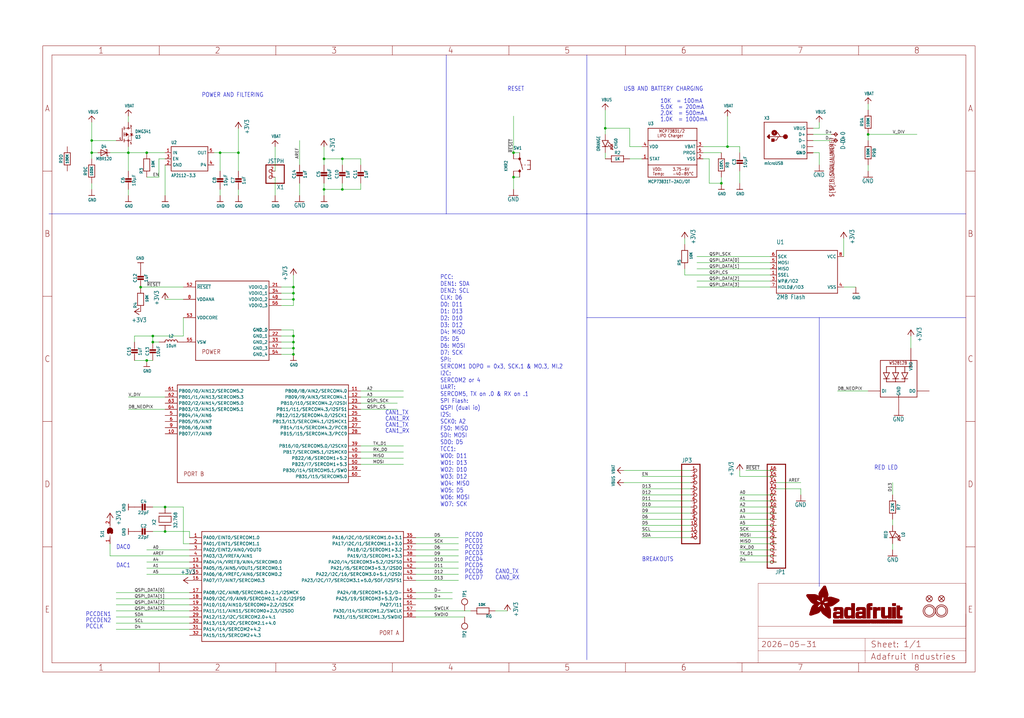
<source format=kicad_sch>
(kicad_sch (version 20230121) (generator eeschema)
  (paper "User" 425.45 298.602)
  (lib_symbols
    (symbol "working-eagle-import:+3V3" (power)
      (property "Value" "+3V3" (at -2.54 -5.08 90))
      (symbol "+3V3_1_0"
        (pin power_in line (at 0 -2.54 90) (length 2.54) (name "+3V3") (number "1"))
      )
    )
    (symbol "working-eagle-import:ATSAMD51J"
      (symbol "ATSAMD51J_1_0"
        (text "PORT A" (at 48.26 -22.86 0) (effects (font (size 1.778 1.5113)) (justify left bottom)))
        (pin bidirectional line (at -30.48 17.78 0) (length 5.08) (name "PA00/EINT0/SERCOM1.0") (number "1"))
        (pin bidirectional line (at -30.48 7.62 0) (length 5.08) (name "PA04/I4/VREFB/AIN4/SERCOM0.0") (number "13"))
        (pin bidirectional line (at -30.48 5.08 0) (length 5.08) (name "PA05/I5/AIN5/VOUT1/SERCOM0.1") (number "14"))
        (pin bidirectional line (at -30.48 2.54 0) (length 5.08) (name "PA06/I6/VREFC/AIN6/SERCOM0.2") (number "15"))
        (pin bidirectional line (at -30.48 0 0) (length 5.08) (name "PA07/I7/AIN7/SERCOM0.3") (number "16"))
        (pin bidirectional line (at -30.48 -5.08 0) (length 5.08) (name "PA08/I2C/AIN8/SERCOM0.0+2.1/I2SMCK") (number "17"))
        (pin bidirectional line (at -30.48 -7.62 0) (length 5.08) (name "PA09/I2C/I9/AIN9/SERCOM0.1+2.0/I2SFS0") (number "18"))
        (pin bidirectional line (at -30.48 -10.16 0) (length 5.08) (name "PA10/I10/AIN10/SERCOM0+2.2/I2SCK") (number "19"))
        (pin bidirectional line (at -30.48 15.24 0) (length 5.08) (name "PA01/EINT1/SERCOM1.1") (number "2"))
        (pin bidirectional line (at -30.48 -12.7 0) (length 5.08) (name "PA11/I11/AIN11/SERCOM0+2.3/I2SDO") (number "20"))
        (pin bidirectional line (at -30.48 -15.24 0) (length 5.08) (name "PA12/I12/I2C/SERCOM2.0+4.1") (number "29"))
        (pin bidirectional line (at -30.48 12.7 0) (length 5.08) (name "PA02/EINT2/AIN0/VOUT0") (number "3"))
        (pin bidirectional line (at -30.48 -17.78 0) (length 5.08) (name "PA13/I13/I2C/SERCOM2.1+4.0") (number "30"))
        (pin bidirectional line (at -30.48 -20.32 0) (length 5.08) (name "PA14/I14/SERCOM2+4.2") (number "31"))
        (pin bidirectional line (at -30.48 -22.86 0) (length 5.08) (name "PA15/I15/SERCOM2+4.3") (number "32"))
        (pin bidirectional line (at 63.5 17.78 180) (length 5.08) (name "PA16/I2C/I0/SERCOM1.0+3.1") (number "35"))
        (pin bidirectional line (at 63.5 15.24 180) (length 5.08) (name "PA17/I2C/I1/SERCOM1.1+3.0") (number "36"))
        (pin bidirectional line (at 63.5 12.7 180) (length 5.08) (name "PA18/I2/SERCOM1+3.2") (number "37"))
        (pin bidirectional line (at 63.5 10.16 180) (length 5.08) (name "PA19/I3/SERCOM1+3.3") (number "38"))
        (pin bidirectional line (at -30.48 10.16 0) (length 5.08) (name "PA03/I3/VREFA/AIN1") (number "4"))
        (pin bidirectional line (at 63.5 7.62 180) (length 5.08) (name "PA20/I4/SERCOM3+5.2/I2SFS0") (number "41"))
        (pin bidirectional line (at 63.5 5.08 180) (length 5.08) (name "PA21/I5/SERCOM3+5.3/I2SDO") (number "42"))
        (pin bidirectional line (at 63.5 2.54 180) (length 5.08) (name "PA22/I2C/16/SERCOM3.0+5.1/I2SDI") (number "43"))
        (pin bidirectional line (at 63.5 0 180) (length 5.08) (name "PA23/I2C/I7/SERCOM3.1+5.0/SOF/I2SFS1") (number "44"))
        (pin bidirectional line (at 63.5 -5.08 180) (length 5.08) (name "PA24/I8/SERCOM3+5.2/D-") (number "45"))
        (pin bidirectional line (at 63.5 -7.62 180) (length 5.08) (name "PA25/19/SERCOM3+5.3/D+") (number "46"))
        (pin bidirectional line (at 63.5 -10.16 180) (length 5.08) (name "PA27/I11") (number "51"))
        (pin bidirectional line (at 63.5 -12.7 180) (length 5.08) (name "PA30/I14/SERCOM1.2/SWCLK") (number "57"))
        (pin bidirectional line (at 63.5 -15.24 180) (length 5.08) (name "PA31/I15/SERCOM1.3/SWDIO") (number "58"))
      )
      (symbol "ATSAMD51J_2_0"
        (text "PORT B" (at -35.56 -22.86 0) (effects (font (size 1.778 1.5113)) (justify left bottom)))
        (pin bidirectional line (at -43.18 -5.08 0) (length 5.08) (name "PB07/I7/AIN9") (number "10"))
        (pin bidirectional line (at 38.1 12.7 180) (length 5.08) (name "PB08/I8/AIN2/SERCOM4.0") (number "11"))
        (pin bidirectional line (at 38.1 10.16 180) (length 5.08) (name "PB09/I9/AIN3/SERCOM4.1") (number "12"))
        (pin bidirectional line (at 38.1 7.62 180) (length 5.08) (name "PB10/I10/SERCOM4.2/I2SDI") (number "23"))
        (pin bidirectional line (at 38.1 5.08 180) (length 5.08) (name "PB11/I11/SERCOM4.3/I2SFS1") (number "24"))
        (pin bidirectional line (at 38.1 2.54 180) (length 5.08) (name "PB12/I12/SERCOM4.0/I2SCK1") (number "25"))
        (pin bidirectional line (at 38.1 0 180) (length 5.08) (name "PB13/I13/SERCOM4.1/I2SMCK1") (number "26"))
        (pin bidirectional line (at 38.1 -2.54 180) (length 5.08) (name "PB14/I14/SERCOM4.2/PCC8") (number "27"))
        (pin bidirectional line (at 38.1 -5.08 180) (length 5.08) (name "PB15/I15/SERCOM4.3/PCC9") (number "28"))
        (pin bidirectional line (at 38.1 -10.16 180) (length 5.08) (name "PB16/I0/SERCOM5.0/I2SCK0") (number "39"))
        (pin bidirectional line (at 38.1 -12.7 180) (length 5.08) (name "PB17/SERCOM5.1/I2SMCK0") (number "40"))
        (pin bidirectional line (at 38.1 -15.24 180) (length 5.08) (name "PB22/I6/SERCOM1+5.2") (number "49"))
        (pin bidirectional line (at -43.18 2.54 0) (length 5.08) (name "PB04/I4/AIN6") (number "5"))
        (pin bidirectional line (at 38.1 -17.78 180) (length 5.08) (name "PB23/I7/SERCOM1+5.3") (number "50"))
        (pin bidirectional line (at 38.1 -20.32 180) (length 5.08) (name "PB30/I14/SERCOM5.1/SWO") (number "59"))
        (pin bidirectional line (at -43.18 0 0) (length 5.08) (name "PB05/I5/AIN7") (number "6"))
        (pin bidirectional line (at 38.1 -22.86 180) (length 5.08) (name "PB31/I15/SERCOM5.0") (number "60"))
        (pin bidirectional line (at -43.18 12.7 0) (length 5.08) (name "PB00/I0/AIN12/SERCOM5.2") (number "61"))
        (pin bidirectional line (at -43.18 10.16 0) (length 5.08) (name "PB01/I1/AIN13/SERCOM5.3") (number "62"))
        (pin bidirectional line (at -43.18 7.62 0) (length 5.08) (name "PB02/I2/AIN14/SERCOM5.0") (number "63"))
        (pin bidirectional line (at -43.18 5.08 0) (length 5.08) (name "PB03/I3/AIN15/SERCOM5.1") (number "64"))
        (pin bidirectional line (at -43.18 -2.54 0) (length 5.08) (name "PB06/I6/AIN8") (number "9"))
      )
      (symbol "ATSAMD51J_3_0"
        (text "POWER" (at -12.7 -12.7 0) (effects (font (size 1.778 1.5113)) (justify left bottom)))
        (pin bidirectional line (at 20.32 15.24 180) (length 5.08) (name "VDDIO_0") (number "21"))
        (pin bidirectional line (at 20.32 -5.08 180) (length 5.08) (name "GND_1") (number "22"))
        (pin bidirectional line (at 20.32 -7.62 180) (length 5.08) (name "GND_2") (number "33"))
        (pin bidirectional line (at 20.32 12.7 180) (length 5.08) (name "VDDIO_1") (number "34"))
        (pin bidirectional line (at 20.32 -10.16 180) (length 5.08) (name "GND_3") (number "47"))
        (pin bidirectional line (at 20.32 10.16 180) (length 5.08) (name "VDDIO_2") (number "48"))
        (pin bidirectional line (at -20.32 15.24 0) (length 5.08) (name "~{RESET}") (number "52"))
        (pin bidirectional line (at -20.32 2.54 0) (length 5.08) (name "VDDCORE") (number "53"))
        (pin bidirectional line (at 20.32 -12.7 180) (length 5.08) (name "GND_4") (number "54"))
        (pin bidirectional line (at -20.32 -7.62 0) (length 5.08) (name "VSW") (number "55"))
        (pin bidirectional line (at 20.32 7.62 180) (length 5.08) (name "VDDIO_3") (number "56"))
        (pin bidirectional line (at 20.32 -2.54 180) (length 5.08) (name "GND_0") (number "7"))
        (pin bidirectional line (at -20.32 10.16 0) (length 5.08) (name "VDDANA") (number "8"))
        (pin bidirectional line (at 20.32 -2.54 180) (length 5.08) (name "GND_0") (number "EXP"))
      )
    )
    (symbol "working-eagle-import:CAP_CERAMIC0603_NO"
      (property "Reference" "C" (at -2.29 1.25 90))
      (symbol "CAP_CERAMIC0603_NO_1_0"
        (pin passive line (at 0 5.08 270) (length 2.54) (name "1") (number "1"))
        (pin passive line (at 0 -2.54 90) (length 2.54) (name "2") (number "2"))
      )
    )
    (symbol "working-eagle-import:CAP_CERAMIC0805-NOOUTLINE"
      (property "Reference" "C" (at -2.29 1.25 90))
      (symbol "CAP_CERAMIC0805-NOOUTLINE_1_0"
        (pin passive line (at 0 5.08 270) (length 2.54) (name "1") (number "1"))
        (pin passive line (at 0 -2.54 90) (length 2.54) (name "2") (number "2"))
      )
    )
    (symbol "working-eagle-import:CON_JST_PH_2PIN"
      (property "Reference" "X" (at -6.35 5.715 0))
      (symbol "CON_JST_PH_2PIN_1_0"
        (pin passive inverted (at -2.54 2.54 0) (length 2.54) (name "1") (number "1"))
        (pin passive inverted (at -2.54 0 0) (length 2.54) (name "2") (number "2"))
      )
    )
    (symbol "working-eagle-import:DIODE-SCHOTTKYSOD-123"
      (property "Reference" "D" (at 0 2.54 0))
      (symbol "DIODE-SCHOTTKYSOD-123_1_0"
        (pin passive line (at -2.54 0 0) (length 2.54) (name "A") (number "A"))
        (pin passive line (at 2.54 0 180) (length 2.54) (name "C") (number "C"))
      )
    )
    (symbol "working-eagle-import:FIDUCIAL_1MM")
    (symbol "working-eagle-import:FRAME_A3_ADAFRUIT"
      (symbol "FRAME_A3_ADAFRUIT_1_0"
        (text "${#}/${##}" (at 357.505 10.16 0) (effects (font (size 2.54 2.54)) (justify left bottom)))
        (text "${CURRENT_DATE}" (at 298.45 10.16 0) (effects (font (size 2.286 2.286)) (justify left bottom)))
        (text "${PROJECTNAME}" (at 298.45 15.24 0) (effects (font (size 2.54 2.54)) (justify left bottom)))
        (text "1" (at 24.2094 1.905 0) (effects (font (size 2.54 2.286))))
        (text "1" (at 24.2094 258.445 0) (effects (font (size 2.54 2.286))))
        (text "2" (at 72.6281 1.905 0) (effects (font (size 2.54 2.286))))
        (text "2" (at 72.6281 258.445 0) (effects (font (size 2.54 2.286))))
        (text "3" (at 121.0469 1.905 0) (effects (font (size 2.54 2.286))))
        (text "3" (at 121.0469 258.445 0) (effects (font (size 2.54 2.286))))
        (text "4" (at 169.4656 1.905 0) (effects (font (size 2.54 2.286))))
        (text "4" (at 169.4656 258.445 0) (effects (font (size 2.54 2.286))))
        (text "5" (at 217.8844 1.905 0) (effects (font (size 2.54 2.286))))
        (text "5" (at 217.8844 258.445 0) (effects (font (size 2.54 2.286))))
        (text "6" (at 266.3031 1.905 0) (effects (font (size 2.54 2.286))))
        (text "6" (at 266.3031 258.445 0) (effects (font (size 2.54 2.286))))
        (text "7" (at 314.7219 1.905 0) (effects (font (size 2.54 2.286))))
        (text "7" (at 314.7219 258.445 0) (effects (font (size 2.54 2.286))))
        (text "8" (at 363.1406 1.905 0) (effects (font (size 2.54 2.286))))
        (text "8" (at 363.1406 258.445 0) (effects (font (size 2.54 2.286))))
        (text "A" (at 1.905 234.315 0) (effects (font (size 2.54 2.286))))
        (text "A" (at 385.445 234.315 0) (effects (font (size 2.54 2.286))))
        (text "Adafruit Industries" (at 343.916 4.953 0) (effects (font (size 2.54 2.54)) (justify left bottom)))
        (text "B" (at 1.905 182.245 0) (effects (font (size 2.54 2.286))))
        (text "B" (at 385.445 182.245 0) (effects (font (size 2.54 2.286))))
        (text "C" (at 1.905 130.175 0) (effects (font (size 2.54 2.286))))
        (text "C" (at 385.445 130.175 0) (effects (font (size 2.54 2.286))))
        (text "D" (at 1.905 78.105 0) (effects (font (size 2.54 2.286))))
        (text "D" (at 385.445 78.105 0) (effects (font (size 2.54 2.286))))
        (text "E" (at 1.905 26.035 0) (effects (font (size 2.54 2.286))))
        (text "E" (at 385.445 26.035 0) (effects (font (size 2.54 2.286))))
        (text "Sheet:" (at 343.916 10.033 0) (effects (font (size 2.54 2.54)) (justify left bottom)))
      )
    )
    (symbol "working-eagle-import:GND" (power)
      (property "Value" "GND" (at -1.524 -2.54 0))
      (symbol "GND_1_0"
        (pin power_in line (at 0 2.54 270) (length 2.54) (name "GND") (number "1"))
      )
    )
    (symbol "working-eagle-import:HEADER-1X12"
      (property "Reference" "JP" (at -6.35 18.415 0))
      (symbol "HEADER-1X12_1_0"
        (pin passive inverted (at -2.54 15.24 0) (length 2.54) (name "1") (number "1"))
        (pin passive inverted (at -2.54 -7.62 0) (length 2.54) (name "10") (number "10"))
        (pin passive inverted (at -2.54 -10.16 0) (length 2.54) (name "11") (number "11"))
        (pin passive inverted (at -2.54 -12.7 0) (length 2.54) (name "12") (number "12"))
        (pin passive inverted (at -2.54 12.7 0) (length 2.54) (name "2") (number "2"))
        (pin passive inverted (at -2.54 10.16 0) (length 2.54) (name "3") (number "3"))
        (pin passive inverted (at -2.54 7.62 0) (length 2.54) (name "4") (number "4"))
        (pin passive inverted (at -2.54 5.08 0) (length 2.54) (name "5") (number "5"))
        (pin passive inverted (at -2.54 2.54 0) (length 2.54) (name "6") (number "6"))
        (pin passive inverted (at -2.54 0 0) (length 2.54) (name "7") (number "7"))
        (pin passive inverted (at -2.54 -2.54 0) (length 2.54) (name "8") (number "8"))
        (pin passive inverted (at -2.54 -5.08 0) (length 2.54) (name "9") (number "9"))
      )
    )
    (symbol "working-eagle-import:HEADER-1X16ROUND"
      (property "Reference" "JP" (at -6.35 20.955 0))
      (symbol "HEADER-1X16ROUND_1_0"
        (pin passive inverted (at -2.54 17.78 0) (length 2.54) (name "1") (number "1"))
        (pin passive inverted (at -2.54 -5.08 0) (length 2.54) (name "10") (number "10"))
        (pin passive inverted (at -2.54 -7.62 0) (length 2.54) (name "11") (number "11"))
        (pin passive inverted (at -2.54 -10.16 0) (length 2.54) (name "12") (number "12"))
        (pin passive inverted (at -2.54 -12.7 0) (length 2.54) (name "13") (number "13"))
        (pin passive inverted (at -2.54 -15.24 0) (length 2.54) (name "14") (number "14"))
        (pin passive inverted (at -2.54 -17.78 0) (length 2.54) (name "15") (number "15"))
        (pin passive inverted (at -2.54 -20.32 0) (length 2.54) (name "16") (number "16"))
        (pin passive inverted (at -2.54 15.24 0) (length 2.54) (name "2") (number "2"))
        (pin passive inverted (at -2.54 12.7 0) (length 2.54) (name "3") (number "3"))
        (pin passive inverted (at -2.54 10.16 0) (length 2.54) (name "4") (number "4"))
        (pin passive inverted (at -2.54 7.62 0) (length 2.54) (name "5") (number "5"))
        (pin passive inverted (at -2.54 5.08 0) (length 2.54) (name "6") (number "6"))
        (pin passive inverted (at -2.54 2.54 0) (length 2.54) (name "7") (number "7"))
        (pin passive inverted (at -2.54 0 0) (length 2.54) (name "8") (number "8"))
        (pin passive inverted (at -2.54 -2.54 0) (length 2.54) (name "9") (number "9"))
      )
    )
    (symbol "working-eagle-import:INDUCTOR"
      (property "Reference" "L" (at 0 2.54 0))
      (symbol "INDUCTOR_1_0"
        (pin passive line (at -5.08 0 0) (length 2.54) (name "1") (number "P$1"))
        (pin passive line (at 5.08 0 180) (length 2.54) (name "2") (number "P$2"))
      )
    )
    (symbol "working-eagle-import:LED0805_NOOUTLINE"
      (property "Reference" "D" (at -1.27 4.445 0))
      (symbol "LED0805_NOOUTLINE_1_0"
        (pin passive line (at -5.08 0 0) (length 2.54) (name "A") (number "A"))
        (pin passive line (at 2.54 0 180) (length 2.54) (name "C") (number "C"))
      )
    )
    (symbol "working-eagle-import:MCP73831/2"
      (property "Reference" "U" (at -10.16 11.43 0))
      (symbol "MCP73831/2_1_0"
        (text "-40-85°C" (at 0 -9.525 0) (effects (font (size 1.27 1.0795)) (justify left bottom)))
        (text "3.75-6V" (at 0 -7.62 0) (effects (font (size 1.27 1.0795)) (justify left bottom)))
        (text "LIPO Charger" (at -6.35 6.35 0) (effects (font (size 1.27 1.0795)) (justify left bottom)))
        (text "MCP73831/2" (at -5.715 8.255 0) (effects (font (size 1.27 1.0795)) (justify left bottom)))
        (text "Temp:" (at -8.255 -9.525 0) (effects (font (size 1.27 1.0795)) (justify left bottom)))
        (text "VDD:" (at -8.255 -7.62 0) (effects (font (size 1.27 1.0795)) (justify left bottom)))
        (pin output line (at -12.7 -2.54 0) (length 2.54) (name "STAT") (number "1"))
        (pin power_in line (at 12.7 -2.54 180) (length 2.54) (name "VSS") (number "2"))
        (pin power_in line (at 12.7 2.54 180) (length 2.54) (name "VBAT") (number "3"))
        (pin power_in line (at -12.7 2.54 0) (length 2.54) (name "VDD") (number "4"))
        (pin input line (at 12.7 0 180) (length 2.54) (name "PROG") (number "5"))
      )
    )
    (symbol "working-eagle-import:MOSFET-P"
      (property "Reference" "Q" (at 2.794 0.381 0))
      (symbol "MOSFET-P_1_0"
        (text "D" (at 0.635 -3.81 0) (effects (font (size 0.8128 0.6908)) (justify left bottom)))
        (text "G" (at -3.81 1.27 0) (effects (font (size 0.8128 0.6908)) (justify left bottom)))
        (text "S" (at 0.635 3.175 0) (effects (font (size 0.8128 0.6908)) (justify left bottom)))
        (pin passive line (at -5.08 2.54 0) (length 2.54) (name "G") (number "1"))
        (pin passive line (at 0 5.08 270) (length 2.54) (name "S") (number "2"))
        (pin passive line (at 0 -5.08 90) (length 2.54) (name "D") (number "3"))
      )
    )
    (symbol "working-eagle-import:MOUNTINGHOLE2.5")
    (symbol "working-eagle-import:RESISTOR_0603_NOOUT"
      (property "Reference" "R" (at 0 2.54 0))
      (symbol "RESISTOR_0603_NOOUT_1_0"
        (pin passive line (at -5.08 0 0) (length 2.54) (name "1") (number "1"))
        (pin passive line (at 5.08 0 180) (length 2.54) (name "2") (number "2"))
      )
    )
    (symbol "working-eagle-import:RESISTOR_4PACK_NO"
      (property "Reference" "R" (at 0 2.54 0))
      (symbol "RESISTOR_4PACK_NO_1_0"
        (pin passive line (at -5.08 0 0) (length 2.54) (name "1") (number "1"))
        (pin passive line (at 5.08 0 180) (length 2.54) (name "2") (number "8"))
      )
      (symbol "RESISTOR_4PACK_NO_2_0"
        (pin passive line (at -5.08 0 0) (length 2.54) (name "1") (number "2"))
        (pin passive line (at 5.08 0 180) (length 2.54) (name "2") (number "7"))
      )
      (symbol "RESISTOR_4PACK_NO_3_0"
        (pin passive line (at -5.08 0 0) (length 2.54) (name "1") (number "3"))
        (pin passive line (at 5.08 0 180) (length 2.54) (name "2") (number "6"))
      )
      (symbol "RESISTOR_4PACK_NO_4_0"
        (pin passive line (at -5.08 0 0) (length 2.54) (name "1") (number "4"))
        (pin passive line (at 5.08 0 180) (length 2.54) (name "2") (number "5"))
      )
    )
    (symbol "working-eagle-import:SOLDERJUMPERCLOSED"
      (property "Reference" "SJ" (at -2.54 2.54 0))
      (symbol "SOLDERJUMPERCLOSED_1_0"
        (pin passive line (at -5.08 0 0) (length 2.54) (name "1") (number "1"))
        (pin passive line (at 5.08 0 180) (length 2.54) (name "2") (number "2"))
      )
    )
    (symbol "working-eagle-import:SPIFLASH_8PINUX"
      (property "Reference" "U" (at -12.7 12.7 0))
      (symbol "SPIFLASH_8PINUX_1_0"
        (pin bidirectional line (at -15.24 0 0) (length 2.54) (name "SSEL") (number "1"))
        (pin bidirectional line (at -15.24 2.54 0) (length 2.54) (name "MISO") (number "2"))
        (pin bidirectional line (at -15.24 -2.54 0) (length 2.54) (name "WP#/IO2") (number "3"))
        (pin bidirectional line (at 15.24 -5.08 180) (length 2.54) (name "VSS") (number "4"))
        (pin bidirectional line (at -15.24 5.08 0) (length 2.54) (name "MOSI") (number "5"))
        (pin bidirectional line (at -15.24 7.62 0) (length 2.54) (name "SCK") (number "6"))
        (pin bidirectional line (at -15.24 -5.08 0) (length 2.54) (name "HOLD#/IO3") (number "7"))
        (pin bidirectional line (at 15.24 7.62 180) (length 2.54) (name "VCC") (number "8"))
      )
    )
    (symbol "working-eagle-import:SWITCH_TACT_SMT4.6X2.8"
      (property "Reference" "SW" (at -2.54 6.35 0))
      (symbol "SWITCH_TACT_SMT4.6X2.8_1_0"
        (pin passive line (at -5.08 0 0) (length 2.54) (name "P") (number "A"))
        (pin passive line (at -5.08 -2.54 0) (length 2.54) (name "P1") (number "A'"))
        (pin passive line (at 5.08 0 180) (length 2.54) (name "S") (number "B"))
        (pin passive line (at 5.08 -2.54 180) (length 2.54) (name "S1") (number "B'"))
      )
    )
    (symbol "working-eagle-import:TESTPOINTROUND1.5MM"
      (property "Reference" "TP" (at 0 5.588 90))
      (symbol "TESTPOINTROUND1.5MM_1_0"
        (pin bidirectional line (at 0 0 90) (length 2.54) (name "P$1") (number "P$1"))
      )
    )
    (symbol "working-eagle-import:TPB1,27"
      (property "Reference" "TP" (at -1.27 1.27 0))
      (symbol "TPB1,27_1_0"
        (text "${TP_SIGNAL_NAME}" (at 1.27 -1.27 0) (effects (font (size 1.778 1.5113)) (justify left bottom)))
        (pin input line (at 0 -2.54 90) (length 2.54) (name "TP") (number "TP"))
      )
    )
    (symbol "working-eagle-import:USB_MICRO_20329_V2"
      (property "Reference" "X" (at -10.16 8.636 0))
      (symbol "USB_MICRO_20329_V2_1_0"
        (pin power_in line (at 10.16 -5.08 180) (length 2.54) (name "GND") (number "BASE@1"))
        (pin power_in line (at 10.16 -5.08 180) (length 2.54) (name "GND") (number "BASE@2"))
        (pin bidirectional line (at 10.16 2.54 180) (length 2.54) (name "D+") (number "D+"))
        (pin bidirectional line (at 10.16 0 180) (length 2.54) (name "D-") (number "D-"))
        (pin power_in line (at 10.16 -5.08 180) (length 2.54) (name "GND") (number "GND"))
        (pin bidirectional line (at 10.16 -2.54 180) (length 2.54) (name "ID") (number "ID"))
        (pin power_in line (at 10.16 -5.08 180) (length 2.54) (name "GND") (number "SPRT@1"))
        (pin power_in line (at 10.16 -5.08 180) (length 2.54) (name "GND") (number "SPRT@2"))
        (pin power_in line (at 10.16 -5.08 180) (length 2.54) (name "GND") (number "SPRT@3"))
        (pin power_in line (at 10.16 -5.08 180) (length 2.54) (name "GND") (number "SPRT@4"))
        (pin power_in line (at 10.16 5.08 180) (length 2.54) (name "VBUS") (number "VBUS"))
      )
    )
    (symbol "working-eagle-import:VBAT" (power)
      (property "Value" "VBAT" (at -1.524 1.016 0))
      (symbol "VBAT_1_0"
        (pin power_in line (at 0 -2.54 90) (length 2.54) (name "VBAT") (number "1"))
      )
    )
    (symbol "working-eagle-import:VBUS" (power)
      (property "Value" "VBUS" (at -1.524 1.016 0))
      (symbol "VBUS_1_0"
        (pin power_in line (at 0 -2.54 90) (length 2.54) (name "VBUS") (number "1"))
      )
    )
    (symbol "working-eagle-import:VREG_SOT23-5"
      (property "Reference" "U" (at -7.62 6.096 0))
      (symbol "VREG_SOT23-5_1_0"
        (pin power_in line (at -10.16 2.54 0) (length 2.54) (name "IN") (number "1"))
        (pin power_in line (at -10.16 -2.54 0) (length 2.54) (name "GND") (number "2"))
        (pin input line (at -10.16 0 0) (length 2.54) (name "EN") (number "3"))
        (pin bidirectional line (at 10.16 -2.54 180) (length 2.54) (name "P4") (number "4"))
        (pin power_in line (at 10.16 2.54 180) (length 2.54) (name "OUT") (number "5"))
      )
    )
    (symbol "working-eagle-import:WS2812B3535"
      (symbol "WS2812B3535_1_0"
        (text "WS2812B" (at -4.064 8.382 0) (effects (font (size 1.27 1.0795)) (justify left bottom)))
        (pin input line (at -12.7 -2.54 0) (length 5.08) (name "DI") (number "1"))
        (pin power_in line (at 5.08 15.24 270) (length 5.08) (name "VDD") (number "2"))
        (pin output line (at 12.7 -2.54 180) (length 5.08) (name "DO") (number "3"))
        (pin power_in line (at 0 -10.16 90) (length 5.08) (name "GND") (number "4"))
      )
    )
    (symbol "working-eagle-import:XTAL-3.2X1.5"
      (property "Reference" "X" (at -2.54 3.81 0))
      (symbol "XTAL-3.2X1.5_1_0"
        (pin bidirectional line (at -5.08 0 0) (length 2.54) (name "P$1") (number "P$1"))
        (pin bidirectional line (at 5.08 0 180) (length 2.54) (name "P$2") (number "P$2"))
      )
    )
    (symbol "working-eagle-import:supply1_GND" (power)
      (property "Value" "supply1_GND" (at -2.54 -2.54 0))
      (symbol "supply1_GND_1_0"
        (pin power_in line (at 0 2.54 270) (length 2.54) (name "GND") (number "1"))
      )
    )
  )
  (junction (at 68.58 220.98))
  (junction (at 302.26 60.96))
  (junction (at 58.42 119.38))
  (junction (at 142.24 66.04))
  (junction (at 121.92 119.38))
  (junction (at 142.24 78.74))
  (junction (at 251.46 53.34))
  (junction (at 38.1 58.42))
  (junction (at 121.92 144.78))
  (junction (at 134.62 78.74))
  (junction (at 63.5 142.24))
  (junction (at 121.92 121.92))
  (junction (at 121.92 124.46))
  (junction (at 60.96 63.5))
  (junction (at 99.06 63.5))
  (junction (at 299.72 76.2))
  (junction (at 134.62 66.04))
  (junction (at 60.96 149.86))
  (junction (at 121.92 147.32))
  (junction (at 38.1 63.5))
  (junction (at 213.36 73.66))
  (junction (at 213.36 63.5))
  (junction (at 63.5 139.7))
  (junction (at 121.92 142.24))
  (junction (at 53.34 63.5))
  (junction (at 121.92 139.7))
  (junction (at 91.44 63.5))
  (junction (at 360.68 55.88))
  (junction (at 68.58 210.82))
  (wire (pts (xy 121.92 121.92) (xy 121.92 119.38)) (stroke (width 0.1524)))
  (wire (pts (xy 307.34 198.12) (xy 322.58 198.12)) (stroke (width 0.1524)))
  (wire (pts (xy 172.72 228.6) (xy 190.5 228.6)) (stroke (width 0.1524)))
  (wire (pts (xy 360.68 71.12) (xy 360.68 68.58)) (stroke (width 0.1524)))
  (wire (pts (xy 114.3 81.28) (xy 114.3 73.66)) (stroke (width 0.1524)))
  (wire (pts (xy 91.44 78.74) (xy 91.44 81.28)) (stroke (width 0.1524)))
  (wire (pts (xy 149.86 76.2) (xy 149.86 78.74)) (stroke (width 0.1524)))
  (wire (pts (xy 378.46 144.78) (xy 378.46 139.7)) (stroke (width 0.1524)))
  (wire (pts (xy 76.2 119.38) (xy 58.42 119.38)) (stroke (width 0.1524)))
  (wire (pts (xy 91.44 63.5) (xy 99.06 63.5)) (stroke (width 0.1524)))
  (wire (pts (xy 76.2 139.7) (xy 76.2 132.08)) (stroke (width 0.1524)))
  (wire (pts (xy 320.04 106.68) (xy 289.56 106.68)) (stroke (width 0.1524)))
  (wire (pts (xy 287.02 220.98) (xy 266.7 220.98)) (stroke (width 0.1524)))
  (wire (pts (xy 251.46 55.88) (xy 251.46 53.34)) (stroke (width 0.1524)))
  (wire (pts (xy 350.52 99.06) (xy 350.52 106.68)) (stroke (width 0.1524)))
  (wire (pts (xy 116.84 147.32) (xy 121.92 147.32)) (stroke (width 0.1524)))
  (polyline (pts (xy 401.32 132.08) (xy 340.36 132.08)) (stroke (width 0.1524) (type solid)))
  (wire (pts (xy 149.86 167.64) (xy 165.1 167.64)) (stroke (width 0.1524)))
  (wire (pts (xy 78.74 228.6) (xy 60.96 228.6)) (stroke (width 0.1524)))
  (wire (pts (xy 134.62 68.58) (xy 134.62 66.04)) (stroke (width 0.1524)))
  (wire (pts (xy 68.58 220.98) (xy 78.74 220.98)) (stroke (width 0.1524)))
  (wire (pts (xy 53.34 63.5) (xy 53.34 71.12)) (stroke (width 0.1524)))
  (wire (pts (xy 292.1 66.04) (xy 294.64 66.04)) (stroke (width 0.1524)))
  (wire (pts (xy 134.62 81.28) (xy 134.62 78.74)) (stroke (width 0.1524)))
  (polyline (pts (xy 243.84 88.9) (xy 243.84 22.86)) (stroke (width 0.1524) (type solid)))
  (wire (pts (xy 45.72 231.14) (xy 45.72 226.06)) (stroke (width 0.1524)))
  (wire (pts (xy 48.26 259.08) (xy 78.74 259.08)) (stroke (width 0.1524)))
  (wire (pts (xy 55.88 149.86) (xy 60.96 149.86)) (stroke (width 0.1524)))
  (wire (pts (xy 78.74 256.54) (xy 48.26 256.54)) (stroke (width 0.1524)))
  (wire (pts (xy 134.62 66.04) (xy 134.62 60.96)) (stroke (width 0.1524)))
  (wire (pts (xy 307.34 233.68) (xy 322.58 233.68)) (stroke (width 0.1524)))
  (wire (pts (xy 149.86 193.04) (xy 167.64 193.04)) (stroke (width 0.1524)))
  (wire (pts (xy 116.84 137.16) (xy 121.92 137.16)) (stroke (width 0.1524)))
  (wire (pts (xy 48.26 251.46) (xy 78.74 251.46)) (stroke (width 0.1524)))
  (wire (pts (xy 190.5 231.14) (xy 172.72 231.14)) (stroke (width 0.1524)))
  (wire (pts (xy 76.2 210.82) (xy 68.58 210.82)) (stroke (width 0.1524)))
  (wire (pts (xy 190.5 236.22) (xy 172.72 236.22)) (stroke (width 0.1524)))
  (polyline (pts (xy 340.36 132.08) (xy 243.84 132.08)) (stroke (width 0.1524) (type solid)))
  (wire (pts (xy 172.72 246.38) (xy 187.96 246.38)) (stroke (width 0.1524)))
  (wire (pts (xy 360.68 162.56) (xy 347.98 162.56)) (stroke (width 0.1524)))
  (wire (pts (xy 193.04 256.54) (xy 172.72 256.54)) (stroke (width 0.1524)))
  (wire (pts (xy 142.24 78.74) (xy 142.24 76.2)) (stroke (width 0.1524)))
  (wire (pts (xy 121.92 121.92) (xy 121.92 124.46)) (stroke (width 0.1524)))
  (wire (pts (xy 60.96 63.5) (xy 53.34 63.5)) (stroke (width 0.1524)))
  (wire (pts (xy 66.04 73.66) (xy 66.04 66.04)) (stroke (width 0.1524)))
  (wire (pts (xy 116.84 144.78) (xy 121.92 144.78)) (stroke (width 0.1524)))
  (wire (pts (xy 190.5 226.06) (xy 172.72 226.06)) (stroke (width 0.1524)))
  (wire (pts (xy 190.5 241.3) (xy 172.72 241.3)) (stroke (width 0.1524)))
  (wire (pts (xy 307.34 231.14) (xy 322.58 231.14)) (stroke (width 0.1524)))
  (wire (pts (xy 294.64 76.2) (xy 299.72 76.2)) (stroke (width 0.1524)))
  (wire (pts (xy 172.72 223.52) (xy 190.5 223.52)) (stroke (width 0.1524)))
  (polyline (pts (xy 243.84 132.08) (xy 243.84 88.9)) (stroke (width 0.1524) (type solid)))
  (wire (pts (xy 292.1 63.5) (xy 299.72 63.5)) (stroke (width 0.1524)))
  (wire (pts (xy 121.92 142.24) (xy 121.92 139.7)) (stroke (width 0.1524)))
  (wire (pts (xy 114.3 60.96) (xy 114.3 71.12)) (stroke (width 0.1524)))
  (wire (pts (xy 370.84 226.06) (xy 370.84 228.6)) (stroke (width 0.1524)))
  (wire (pts (xy 45.72 63.5) (xy 53.34 63.5)) (stroke (width 0.1524)))
  (wire (pts (xy 63.5 139.7) (xy 63.5 142.24)) (stroke (width 0.1524)))
  (wire (pts (xy 266.7 215.9) (xy 287.02 215.9)) (stroke (width 0.1524)))
  (wire (pts (xy 38.1 58.42) (xy 38.1 50.8)) (stroke (width 0.1524)))
  (wire (pts (xy 307.34 226.06) (xy 322.58 226.06)) (stroke (width 0.1524)))
  (wire (pts (xy 307.34 60.96) (xy 302.26 60.96)) (stroke (width 0.1524)))
  (wire (pts (xy 116.84 121.92) (xy 121.92 121.92)) (stroke (width 0.1524)))
  (wire (pts (xy 68.58 68.58) (xy 68.58 81.28)) (stroke (width 0.1524)))
  (wire (pts (xy 78.74 236.22) (xy 60.96 236.22)) (stroke (width 0.1524)))
  (wire (pts (xy 259.08 195.58) (xy 287.02 195.58)) (stroke (width 0.1524)))
  (wire (pts (xy 40.64 63.5) (xy 38.1 63.5)) (stroke (width 0.1524)))
  (wire (pts (xy 142.24 68.58) (xy 142.24 66.04)) (stroke (width 0.1524)))
  (wire (pts (xy 266.7 210.82) (xy 287.02 210.82)) (stroke (width 0.1524)))
  (wire (pts (xy 307.34 63.5) (xy 307.34 60.96)) (stroke (width 0.1524)))
  (wire (pts (xy 68.58 165.1) (xy 53.34 165.1)) (stroke (width 0.1524)))
  (wire (pts (xy 121.92 119.38) (xy 121.92 114.3)) (stroke (width 0.1524)))
  (wire (pts (xy 302.26 60.96) (xy 292.1 60.96)) (stroke (width 0.1524)))
  (polyline (pts (xy 340.36 243.84) (xy 340.36 132.08)) (stroke (width 0.1524) (type solid)))
  (wire (pts (xy 149.86 185.42) (xy 167.64 185.42)) (stroke (width 0.1524)))
  (wire (pts (xy 287.02 213.36) (xy 266.7 213.36)) (stroke (width 0.1524)))
  (wire (pts (xy 149.86 66.04) (xy 149.86 68.58)) (stroke (width 0.1524)))
  (wire (pts (xy 287.02 200.66) (xy 259.08 200.66)) (stroke (width 0.1524)))
  (wire (pts (xy 307.34 218.44) (xy 322.58 218.44)) (stroke (width 0.1524)))
  (polyline (pts (xy 243.84 274.32) (xy 243.84 132.08)) (stroke (width 0.1524) (type solid)))
  (wire (pts (xy 76.2 139.7) (xy 63.5 139.7)) (stroke (width 0.1524)))
  (wire (pts (xy 63.5 149.86) (xy 60.96 149.86)) (stroke (width 0.1524)))
  (wire (pts (xy 307.34 208.28) (xy 322.58 208.28)) (stroke (width 0.1524)))
  (wire (pts (xy 142.24 78.74) (xy 134.62 78.74)) (stroke (width 0.1524)))
  (wire (pts (xy 53.34 48.26) (xy 53.34 50.8)) (stroke (width 0.1524)))
  (wire (pts (xy 149.86 190.5) (xy 167.64 190.5)) (stroke (width 0.1524)))
  (wire (pts (xy 78.74 261.62) (xy 48.26 261.62)) (stroke (width 0.1524)))
  (wire (pts (xy 307.34 213.36) (xy 322.58 213.36)) (stroke (width 0.1524)))
  (wire (pts (xy 149.86 162.56) (xy 167.64 162.56)) (stroke (width 0.1524)))
  (wire (pts (xy 284.48 114.3) (xy 320.04 114.3)) (stroke (width 0.1524)))
  (wire (pts (xy 63.5 139.7) (xy 55.88 139.7)) (stroke (width 0.1524)))
  (wire (pts (xy 172.72 254) (xy 195.58 254)) (stroke (width 0.1524)))
  (wire (pts (xy 261.62 53.34) (xy 261.62 60.96)) (stroke (width 0.1524)))
  (wire (pts (xy 78.74 246.38) (xy 48.26 246.38)) (stroke (width 0.1524)))
  (wire (pts (xy 60.96 238.76) (xy 78.74 238.76)) (stroke (width 0.1524)))
  (wire (pts (xy 78.74 226.06) (xy 76.2 226.06)) (stroke (width 0.1524)))
  (polyline (pts (xy 401.32 88.9) (xy 243.84 88.9)) (stroke (width 0.1524) (type solid)))
  (wire (pts (xy 332.74 203.2) (xy 332.74 205.74)) (stroke (width 0.1524)))
  (wire (pts (xy 284.48 99.06) (xy 284.48 101.6)) (stroke (width 0.1524)))
  (wire (pts (xy 355.6 119.38) (xy 350.52 119.38)) (stroke (width 0.1524)))
  (wire (pts (xy 210.82 254) (xy 205.74 254)) (stroke (width 0.1524)))
  (wire (pts (xy 320.04 111.76) (xy 289.56 111.76)) (stroke (width 0.1524)))
  (wire (pts (xy 289.56 109.22) (xy 320.04 109.22)) (stroke (width 0.1524)))
  (wire (pts (xy 116.84 124.46) (xy 121.92 124.46)) (stroke (width 0.1524)))
  (wire (pts (xy 322.58 228.6) (xy 307.34 228.6)) (stroke (width 0.1524)))
  (wire (pts (xy 320.04 116.84) (xy 289.56 116.84)) (stroke (width 0.1524)))
  (wire (pts (xy 48.26 248.92) (xy 78.74 248.92)) (stroke (width 0.1524)))
  (wire (pts (xy 45.72 231.14) (xy 78.74 231.14)) (stroke (width 0.1524)))
  (wire (pts (xy 38.1 66.04) (xy 38.1 63.5)) (stroke (width 0.1524)))
  (wire (pts (xy 345.44 58.42) (xy 337.82 58.42)) (stroke (width 0.1524)))
  (wire (pts (xy 121.92 144.78) (xy 121.92 142.24)) (stroke (width 0.1524)))
  (wire (pts (xy 68.58 63.5) (xy 60.96 63.5)) (stroke (width 0.1524)))
  (wire (pts (xy 53.34 60.96) (xy 53.34 63.5)) (stroke (width 0.1524)))
  (wire (pts (xy 322.58 215.9) (xy 307.34 215.9)) (stroke (width 0.1524)))
  (wire (pts (xy 68.58 170.18) (xy 53.34 170.18)) (stroke (width 0.1524)))
  (wire (pts (xy 149.86 165.1) (xy 167.64 165.1)) (stroke (width 0.1524)))
  (wire (pts (xy 88.9 63.5) (xy 91.44 63.5)) (stroke (width 0.1524)))
  (wire (pts (xy 307.34 195.58) (xy 307.34 198.12)) (stroke (width 0.1524)))
  (wire (pts (xy 337.82 63.5) (xy 340.36 63.5)) (stroke (width 0.1524)))
  (wire (pts (xy 121.92 147.32) (xy 121.92 144.78)) (stroke (width 0.1524)))
  (wire (pts (xy 251.46 53.34) (xy 261.62 53.34)) (stroke (width 0.1524)))
  (wire (pts (xy 322.58 200.66) (xy 332.74 200.66)) (stroke (width 0.1524)))
  (wire (pts (xy 134.62 78.74) (xy 134.62 76.2)) (stroke (width 0.1524)))
  (wire (pts (xy 76.2 226.06) (xy 76.2 210.82)) (stroke (width 0.1524)))
  (wire (pts (xy 261.62 60.96) (xy 266.7 60.96)) (stroke (width 0.1524)))
  (wire (pts (xy 213.36 63.5) (xy 215.9 63.5)) (stroke (width 0.1524)))
  (wire (pts (xy 53.34 78.74) (xy 53.34 81.28)) (stroke (width 0.1524)))
  (wire (pts (xy 78.74 220.98) (xy 78.74 223.52)) (stroke (width 0.1524)))
  (wire (pts (xy 99.06 78.74) (xy 99.06 81.28)) (stroke (width 0.1524)))
  (wire (pts (xy 66.04 142.24) (xy 63.5 142.24)) (stroke (width 0.1524)))
  (wire (pts (xy 121.92 127) (xy 121.92 124.46)) (stroke (width 0.1524)))
  (wire (pts (xy 302.26 48.26) (xy 302.26 60.96)) (stroke (width 0.1524)))
  (wire (pts (xy 99.06 63.5) (xy 99.06 53.34)) (stroke (width 0.1524)))
  (polyline (pts (xy 20.32 88.9) (xy 185.42 88.9)) (stroke (width 0.1524) (type solid)))
  (wire (pts (xy 251.46 45.72) (xy 251.46 53.34)) (stroke (width 0.1524)))
  (wire (pts (xy 322.58 220.98) (xy 307.34 220.98)) (stroke (width 0.1524)))
  (wire (pts (xy 38.1 78.74) (xy 38.1 76.2)) (stroke (width 0.1524)))
  (wire (pts (xy 322.58 210.82) (xy 307.34 210.82)) (stroke (width 0.1524)))
  (wire (pts (xy 116.84 142.24) (xy 121.92 142.24)) (stroke (width 0.1524)))
  (wire (pts (xy 322.58 203.2) (xy 332.74 203.2)) (stroke (width 0.1524)))
  (wire (pts (xy 124.46 68.58) (xy 124.46 58.42)) (stroke (width 0.1524)))
  (wire (pts (xy 287.02 218.44) (xy 266.7 218.44)) (stroke (width 0.1524)))
  (wire (pts (xy 340.36 63.5) (xy 340.36 68.58)) (stroke (width 0.1524)))
  (wire (pts (xy 370.84 205.74) (xy 370.84 200.66)) (stroke (width 0.1524)))
  (wire (pts (xy 213.36 78.74) (xy 213.36 73.66)) (stroke (width 0.1524)))
  (wire (pts (xy 99.06 63.5) (xy 99.06 71.12)) (stroke (width 0.1524)))
  (wire (pts (xy 116.84 119.38) (xy 121.92 119.38)) (stroke (width 0.1524)))
  (wire (pts (xy 116.84 127) (xy 121.92 127)) (stroke (width 0.1524)))
  (wire (pts (xy 172.72 233.68) (xy 190.5 233.68)) (stroke (width 0.1524)))
  (wire (pts (xy 91.44 71.12) (xy 91.44 63.5)) (stroke (width 0.1524)))
  (wire (pts (xy 307.34 71.12) (xy 307.34 76.2)) (stroke (width 0.1524)))
  (wire (pts (xy 172.72 238.76) (xy 190.5 238.76)) (stroke (width 0.1524)))
  (wire (pts (xy 48.26 254) (xy 78.74 254)) (stroke (width 0.1524)))
  (wire (pts (xy 55.88 139.7) (xy 55.88 142.24)) (stroke (width 0.1524)))
  (wire (pts (xy 66.04 66.04) (xy 68.58 66.04)) (stroke (width 0.1524)))
  (wire (pts (xy 251.46 63.5) (xy 251.46 66.04)) (stroke (width 0.1524)))
  (wire (pts (xy 149.86 78.74) (xy 142.24 78.74)) (stroke (width 0.1524)))
  (wire (pts (xy 299.72 73.66) (xy 299.72 76.2)) (stroke (width 0.1524)))
  (wire (pts (xy 215.9 73.66) (xy 213.36 73.66)) (stroke (width 0.1524)))
  (wire (pts (xy 266.7 198.12) (xy 287.02 198.12)) (stroke (width 0.1524)))
  (wire (pts (xy 337.82 55.88) (xy 345.44 55.88)) (stroke (width 0.1524)))
  (wire (pts (xy 370.84 215.9) (xy 370.84 218.44)) (stroke (width 0.1524)))
  (wire (pts (xy 172.72 248.92) (xy 187.96 248.92)) (stroke (width 0.1524)))
  (wire (pts (xy 78.74 233.68) (xy 60.96 233.68)) (stroke (width 0.1524)))
  (wire (pts (xy 266.7 205.74) (xy 287.02 205.74)) (stroke (width 0.1524)))
  (wire (pts (xy 38.1 63.5) (xy 38.1 58.42)) (stroke (width 0.1524)))
  (polyline (pts (xy 185.42 88.9) (xy 185.42 22.86)) (stroke (width 0.1524) (type solid)))
  (wire (pts (xy 287.02 208.28) (xy 266.7 208.28)) (stroke (width 0.1524)))
  (wire (pts (xy 284.48 111.76) (xy 284.48 114.3)) (stroke (width 0.1524)))
  (wire (pts (xy 287.02 203.2) (xy 266.7 203.2)) (stroke (width 0.1524)))
  (wire (pts (xy 360.68 43.18) (xy 360.68 45.72)) (stroke (width 0.1524)))
  (wire (pts (xy 266.7 223.52) (xy 287.02 223.52)) (stroke (width 0.1524)))
  (wire (pts (xy 289.56 119.38) (xy 320.04 119.38)) (stroke (width 0.1524)))
  (wire (pts (xy 142.24 66.04) (xy 149.86 66.04)) (stroke (width 0.1524)))
  (wire (pts (xy 149.86 170.18) (xy 165.1 170.18)) (stroke (width 0.1524)))
  (wire (pts (xy 322.58 205.74) (xy 307.34 205.74)) (stroke (width 0.1524)))
  (wire (pts (xy 337.82 53.34) (xy 340.36 53.34)) (stroke (width 0.1524)))
  (wire (pts (xy 121.92 139.7) (xy 116.84 139.7)) (stroke (width 0.1524)))
  (wire (pts (xy 322.58 195.58) (xy 309.88 195.58)) (stroke (width 0.1524)))
  (wire (pts (xy 121.92 137.16) (xy 121.92 139.7)) (stroke (width 0.1524)))
  (wire (pts (xy 294.64 66.04) (xy 294.64 76.2)) (stroke (width 0.1524)))
  (wire (pts (xy 68.58 210.82) (xy 63.5 210.82)) (stroke (width 0.1524)))
  (wire (pts (xy 63.5 220.98) (xy 68.58 220.98)) (stroke (width 0.1524)))
  (wire (pts (xy 48.26 58.42) (xy 38.1 58.42)) (stroke (width 0.1524)))
  (wire (pts (xy 124.46 76.2) (xy 124.46 81.28)) (stroke (width 0.1524)))
  (wire (pts (xy 360.68 55.88) (xy 381 55.88)) (stroke (width 0.1524)))
  (wire (pts (xy 340.36 53.34) (xy 340.36 50.8)) (stroke (width 0.1524)))
  (wire (pts (xy 68.58 124.46) (xy 76.2 124.46)) (stroke (width 0.1524)))
  (wire (pts (xy 142.24 66.04) (xy 134.62 66.04)) (stroke (width 0.1524)))
  (wire (pts (xy 213.36 48.26) (xy 213.36 63.5)) (stroke (width 0.1524)))
  (polyline (pts (xy 243.84 88.9) (xy 185.42 88.9)) (stroke (width 0.1524) (type solid)))
  (wire (pts (xy 149.86 187.96) (xy 167.64 187.96)) (stroke (width 0.1524)))
  (wire (pts (xy 261.62 66.04) (xy 266.7 66.04)) (stroke (width 0.1524)))
  (wire (pts (xy 360.68 55.88) (xy 360.68 58.42)) (stroke (width 0.1524)))
  (wire (pts (xy 322.58 223.52) (xy 307.34 223.52)) (stroke (width 0.1524)))
  (wire (pts (xy 60.96 73.66) (xy 66.04 73.66)) (stroke (width 0.1524)))
  (text "CAN1_TX" (at 160.02 172.72 0) (effects (font (size 1.778 1.5113)) (justify left bottom)))
  (text "RESET" (at 210.82 38.1 0) (effects (font (size 1.778 1.5113)) (justify left bottom)))
  (text "RED LED" (at 363.22 195.58 0) (effects (font (size 1.778 1.5113)) (justify left bottom)))
  (text "PCC:\nDEN1: SDA\nDEN2: SCL\nCLK: D6\nD0: D11\nD1: D13\nD2: D10\nD3: D12\nD4: MISO\nD5: D5\nD6: MOSI\nD7: SCK\nSPI:\nSERCOM1 DOPO = 0x3, SCK.1 & MO.3, MI.2\nI2C:\nSERCOM2 or 4\nUART:\nSERCOM5, TX on .0 & RX on .1\nSPI Flash:\nQSPI (dual io)\nI2S:\nSCK0: A2\nFS0: MISO\nSDI: MOSI\nSDO: D5\nTCC1:\nWO0: D11\nWO1: D13\nWO2: D10\nWO3: D12\nWO4: MISO\nWO5: D5\nWO6: MOSI\nWO7: SCK" (at 182.88 210.82 0) (effects (font (size 1.778 1.5113)) (justify left bottom)))
  (text "PCCD5" (at 193.04 236.22 0) (effects (font (size 1.778 1.5113)) (justify left bottom)))
  (text "PCCD2" (at 193.04 228.6 0) (effects (font (size 1.778 1.5113)) (justify left bottom)))
  (text "PCCD4" (at 193.04 233.68 0) (effects (font (size 1.778 1.5113)) (justify left bottom)))
  (text "CAN1_RX" (at 160.02 175.26 0) (effects (font (size 1.778 1.5113)) (justify left bottom)))
  (text "BREAKOUTS" (at 266.7 233.68 0) (effects (font (size 1.778 1.5113)) (justify left bottom)))
  (text "POWER AND FILTERING" (at 83.82 40.64 0) (effects (font (size 1.778 1.5113)) (justify left bottom)))
  (text "CAN1_RX" (at 160.02 180.34 0) (effects (font (size 1.778 1.5113)) (justify left bottom)))
  (text "PCCD6" (at 193.04 238.76 0) (effects (font (size 1.778 1.5113)) (justify left bottom)))
  (text "10K  = 100mA" (at 274.32 43.18 0) (effects (font (size 1.778 1.5113)) (justify left bottom)))
  (text "DAC0" (at 48.26 228.6 0) (effects (font (size 1.778 1.5113)) (justify left bottom)))
  (text "PCCDEN2" (at 35.56 259.08 0) (effects (font (size 1.778 1.5113)) (justify left bottom)))
  (text "5.0K  = 200mA" (at 274.32 45.72 0) (effects (font (size 1.778 1.5113)) (justify left bottom)))
  (text "CAN0_RX" (at 205.74 241.3 0) (effects (font (size 1.778 1.5113)) (justify left bottom)))
  (text "PCCDEN1" (at 35.56 256.54 0) (effects (font (size 1.778 1.5113)) (justify left bottom)))
  (text "2.0K  = 500mA" (at 274.32 48.26 0) (effects (font (size 1.778 1.5113)) (justify left bottom)))
  (text "USB AND BATTERY CHARGING" (at 259.08 38.1 0) (effects (font (size 1.778 1.5113)) (justify left bottom)))
  (text "1.0K  = 1000mA" (at 274.32 50.8 0) (effects (font (size 1.778 1.5113)) (justify left bottom)))
  (text "PCCD7" (at 193.04 241.3 0) (effects (font (size 1.778 1.5113)) (justify left bottom)))
  (text "DAC1" (at 48.26 236.22 0) (effects (font (size 1.778 1.5113)) (justify left bottom)))
  (text "PCCLK" (at 35.56 261.62 0) (effects (font (size 1.778 1.5113)) (justify left bottom)))
  (text "CAN0_TX" (at 205.74 238.76 0) (effects (font (size 1.778 1.5113)) (justify left bottom)))
  (text "PCCD3" (at 193.04 231.14 0) (effects (font (size 1.778 1.5113)) (justify left bottom)))
  (text "CAN1_TX" (at 160.02 177.8 0) (effects (font (size 1.778 1.5113)) (justify left bottom)))
  (text "PCCD1" (at 193.04 226.06 0) (effects (font (size 1.778 1.5113)) (justify left bottom)))
  (text "PCCD0" (at 193.04 223.52 0) (effects (font (size 1.778 1.5113)) (justify left bottom)))
  (label "V_DIV" (at 53.34 165.1 0) (effects (font (size 1.2446 1.2446))))
  (label "D5" (at 266.7 218.44 0) (effects (font (size 1.2446 1.2446))))
  (label "QSPI_DATA[1]" (at 294.64 111.76 0) (effects (font (size 1.2446 1.2446))))
  (label "TX_D1" (at 154.94 185.42 0) (effects (font (size 1.2446 1.2446))))
  (label "SDA" (at 55.88 256.54 0) (effects (font (size 1.2446 1.2446))))
  (label "QSPI_DATA[0]" (at 55.88 246.38 0) (effects (font (size 1.2446 1.2446))))
  (label "SWDIO" (at 180.34 256.54 0) (effects (font (size 1.2446 1.2446))))
  (label "~{RESET}" (at 213.36 63.5 90) (effects (font (size 1.2446 1.2446))))
  (label "SCL" (at 55.88 259.08 0) (effects (font (size 1.2446 1.2446))))
  (label "D-" (at 180.34 246.38 0) (effects (font (size 1.2446 1.2446))))
  (label "D9" (at 180.34 231.14 0) (effects (font (size 1.2446 1.2446))))
  (label "D+" (at 342.9 55.88 0) (effects (font (size 1.2446 1.2446))))
  (label "D6" (at 180.34 228.6 0) (effects (font (size 1.2446 1.2446))))
  (label "AREF" (at 124.46 66.04 90) (effects (font (size 1.2446 1.2446))))
  (label "AREF" (at 327.66 200.66 0) (effects (font (size 1.2446 1.2446))))
  (label "D9" (at 266.7 213.36 0) (effects (font (size 1.2446 1.2446))))
  (label "EN" (at 266.7 198.12 0) (effects (font (size 1.2446 1.2446))))
  (label "D8_NEOPIX" (at 347.98 162.56 0) (effects (font (size 1.2446 1.2446))))
  (label "QSPI_CS" (at 152.4 170.18 0) (effects (font (size 1.2446 1.2446))))
  (label "D4" (at 307.34 233.68 0) (effects (font (size 1.2446 1.2446))))
  (label "QSPI_DATA[3]" (at 55.88 254 0) (effects (font (size 1.2446 1.2446))))
  (label "D10" (at 266.7 210.82 0) (effects (font (size 1.2446 1.2446))))
  (label "MISO" (at 307.34 226.06 0) (effects (font (size 1.2446 1.2446))))
  (label "EN" (at 63.5 73.66 0) (effects (font (size 1.2446 1.2446))))
  (label "SWCLK" (at 180.34 254 0) (effects (font (size 1.2446 1.2446))))
  (label "QSPI_DATA[0]" (at 294.64 109.22 0) (effects (font (size 1.2446 1.2446))))
  (label "A3" (at 152.4 165.1 0) (effects (font (size 1.2446 1.2446))))
  (label "D5" (at 180.34 223.52 0) (effects (font (size 1.2446 1.2446))))
  (label "MOSI" (at 307.34 223.52 0) (effects (font (size 1.2446 1.2446))))
  (label "D8_NEOPIX" (at 53.34 170.18 0) (effects (font (size 1.2446 1.2446))))
  (label "D12" (at 266.7 205.74 0) (effects (font (size 1.2446 1.2446))))
  (label "A5" (at 63.5 238.76 0) (effects (font (size 1.2446 1.2446))))
  (label "~{RESET}" (at 60.96 119.38 0) (effects (font (size 1.2446 1.2446))))
  (label "SDA" (at 266.7 223.52 0) (effects (font (size 1.2446 1.2446))))
  (label "V_DIV" (at 370.84 55.88 0) (effects (font (size 1.2446 1.2446))))
  (label "A3" (at 307.34 213.36 0) (effects (font (size 1.2446 1.2446))))
  (label "QSPI_CS" (at 294.64 114.3 0) (effects (font (size 1.2446 1.2446))))
  (label "D11" (at 180.34 236.22 0) (effects (font (size 1.2446 1.2446))))
  (label "MOSI" (at 154.94 193.04 0) (effects (font (size 1.2446 1.2446))))
  (label "SCK" (at 180.34 226.06 0) (effects (font (size 1.2446 1.2446))))
  (label "SCL" (at 266.7 220.98 0) (effects (font (size 1.2446 1.2446))))
  (label "TX_D1" (at 307.34 231.14 0) (effects (font (size 1.2446 1.2446))))
  (label "D13" (at 266.7 203.2 0) (effects (font (size 1.2446 1.2446))))
  (label "A4" (at 307.34 215.9 0) (effects (font (size 1.2446 1.2446))))
  (label "QSPI_SCK" (at 152.4 167.64 0) (effects (font (size 1.2446 1.2446))))
  (label "QSPI_SCK" (at 294.64 106.68 0) (effects (font (size 1.2446 1.2446))))
  (label "QSPI_DATA[2]" (at 55.88 251.46 0) (effects (font (size 1.2446 1.2446))))
  (label "RX_D0" (at 154.94 187.96 0) (effects (font (size 1.2446 1.2446))))
  (label "SCK" (at 307.34 220.98 0) (effects (font (size 1.2446 1.2446))))
  (label "A2" (at 152.4 162.56 0) (effects (font (size 1.2446 1.2446))))
  (label "QSPI_DATA[1]" (at 55.88 248.92 0) (effects (font (size 1.2446 1.2446))))
  (label "D4" (at 55.88 261.62 0) (effects (font (size 1.2446 1.2446))))
  (label "D+" (at 180.34 248.92 0) (effects (font (size 1.2446 1.2446))))
  (label "D-" (at 342.9 58.42 0) (effects (font (size 1.2446 1.2446))))
  (label "QSPI_DATA[3]" (at 294.64 119.38 0) (effects (font (size 1.2446 1.2446))))
  (label "A5" (at 307.34 218.44 0) (effects (font (size 1.2446 1.2446))))
  (label "A1" (at 307.34 208.28 0) (effects (font (size 1.2446 1.2446))))
  (label "D12" (at 180.34 238.76 0) (effects (font (size 1.2446 1.2446))))
  (label "D10" (at 180.34 233.68 0) (effects (font (size 1.2446 1.2446))))
  (label "D13" (at 370.84 200.66 270) (effects (font (size 1.2446 1.2446))))
  (label "D11" (at 266.7 208.28 0) (effects (font (size 1.2446 1.2446))))
  (label "RX_D0" (at 307.34 228.6 0) (effects (font (size 1.2446 1.2446))))
  (label "D13" (at 180.34 241.3 0) (effects (font (size 1.2446 1.2446))))
  (label "~{RESET}" (at 309.88 195.58 0) (effects (font (size 1.2446 1.2446))))
  (label "A4" (at 63.5 233.68 0) (effects (font (size 1.2446 1.2446))))
  (label "QSPI_DATA[2]" (at 294.64 116.84 0) (effects (font (size 1.2446 1.2446))))
  (label "AREF" (at 63.5 231.14 0) (effects (font (size 1.2446 1.2446))))
  (label "A2" (at 307.34 210.82 0) (effects (font (size 1.2446 1.2446))))
  (label "A1" (at 63.5 236.22 0) (effects (font (size 1.2446 1.2446))))
  (label "MISO" (at 154.94 190.5 0) (effects (font (size 1.2446 1.2446))))
  (label "A0" (at 307.34 205.74 0) (effects (font (size 1.2446 1.2446))))
  (label "D6" (at 266.7 215.9 0) (effects (font (size 1.2446 1.2446))))
  (label "A0" (at 63.5 228.6 0) (effects (font (size 1.2446 1.2446))))
  (symbol (lib_id "working-eagle-import:SWITCH_TACT_SMT4.6X2.8") (at 215.9 68.58 270) (unit 1)
    (property "Reference" "SW1" (at 213.36 62.23 90) (effects (font (size 1.27 1.0795)) (justify left bottom)))
    (property "Value" "KMR2" (at 209.55 66.675 0) (effects (font (size 1.27 1.0795)) (justify left bottom)))
    (property "Footprint" "working:BTN_KMR2_4.6X2.8" (effects hide))
  )
  (symbol (lib_id "working-eagle-import:SOLDERJUMPERCLOSED") (at 45.72 220.98 90) (unit 1)
    (property "Reference" "SJ1" (at 43.18 223.52 0) (effects (font (size 1.27 1.0795)) (justify left bottom)))
    (property "Value" "SOLDERJUMPERCLOSED" (effects hide))
    (property "Footprint" "working:SOLDERJUMPER_CLOSEDWIRE" (effects hide))
  )
  (symbol (lib_id "working-eagle-import:ATSAMD51J") (at 111.76 175.26 0) (unit 2)
    (property "Reference" "U$14" (effects hide))
    (property "Value" "ATSAMD51J" (effects hide))
    (property "Footprint" "working:PQFN64-1" (effects hide))
  )
  (symbol (lib_id "working-eagle-import:supply1_GND") (at 370.84 231.14 0) (mirror y) (unit 1)
    (property "Reference" "#GND10" (effects hide))
    (property "Value" "GND" (at 373.38 233.68 0) (effects (font (size 1.778 1.5113)) (justify left bottom)))
  )
  (symbol (lib_id "working-eagle-import:VBUS") (at 38.1 48.26 0) (unit 1)
    (property "Reference" "#U$15" (effects hide))
    (property "Value" "VBUS" (at 36.576 47.244 0) (effects (font (size 1.27 1.0795)) (justify left bottom)))
  )
  (symbol (lib_id "working-eagle-import:FIDUCIAL_1MM") (at 391.16 248.92 0) (unit 1)
    (property "Reference" "U$34" (effects hide))
    (property "Value" "FIDUCIAL_1MM" (effects hide))
    (property "Footprint" "working:FIDUCIAL_1MM" (effects hide))
  )
  (symbol (lib_id "working-eagle-import:TPB1,27") (at 347.98 55.88 270) (unit 1)
    (property "Reference" "D+0" (at 349.25 54.61 0) (effects (font (size 1.778 1.5113)) (justify left bottom)))
    (property "Value" "TPB1,27" (effects hide))
    (property "Footprint" "working:B1,27" (effects hide))
  )
  (symbol (lib_id "working-eagle-import:CAP_CERAMIC0603_NO") (at 149.86 73.66 0) (unit 1)
    (property "Reference" "C11" (at 147.57 72.41 90))
    (property "Value" "1uF" (at 152.16 72.41 90))
    (property "Footprint" "working:0603-NO" (effects hide))
  )
  (symbol (lib_id "working-eagle-import:TESTPOINTROUND1.5MM") (at 193.04 256.54 180) (unit 1)
    (property "Reference" "TP2" (at 193.04 262.128 90) (effects (font (size 1.27 1.0795)) (justify left)))
    (property "Value" "TESTPOINTROUND1.5MM" (effects hide))
    (property "Footprint" "working:TESTPOINT_ROUND_1.5MM" (effects hide))
  )
  (symbol (lib_id "working-eagle-import:supply1_GND") (at 360.68 73.66 0) (unit 1)
    (property "Reference" "#GND13" (effects hide))
    (property "Value" "GND" (at 358.14 76.2 0) (effects (font (size 1.778 1.5113)) (justify left bottom)))
  )
  (symbol (lib_id "working-eagle-import:+3V3") (at 307.34 193.04 0) (unit 1)
    (property "Reference" "#+3V1" (effects hide))
    (property "Value" "+3V3" (at 304.8 198.12 90) (effects (font (size 1.778 1.5113)) (justify left bottom)))
  )
  (symbol (lib_id "working-eagle-import:+3V3") (at 76.2 241.3 90) (mirror x) (unit 1)
    (property "Reference" "#+3V3" (effects hide))
    (property "Value" "+3V3" (at 81.28 238.76 90) (effects (font (size 1.778 1.5113)) (justify left bottom)))
  )
  (symbol (lib_id "working-eagle-import:MOUNTINGHOLE2.5") (at 391.16 254 0) (unit 1)
    (property "Reference" "U$32" (effects hide))
    (property "Value" "MOUNTINGHOLE2.5" (effects hide))
    (property "Footprint" "working:MOUNTINGHOLE_2.5_PLATED" (effects hide))
  )
  (symbol (lib_id "working-eagle-import:GND") (at 53.34 210.82 270) (unit 1)
    (property "Reference" "#U$10" (effects hide))
    (property "Value" "GND" (at 50.8 209.296 0) (effects (font (size 1.27 1.0795)) (justify left bottom)))
  )
  (symbol (lib_id "working-eagle-import:TESTPOINTROUND1.5MM") (at 193.04 254 0) (unit 1)
    (property "Reference" "TP1" (at 193.04 248.412 90) (effects (font (size 1.27 1.0795)) (justify left)))
    (property "Value" "TESTPOINTROUND1.5MM" (effects hide))
    (property "Footprint" "working:TESTPOINT_ROUND_1.5MM" (effects hide))
  )
  (symbol (lib_id "working-eagle-import:MOSFET-P") (at 53.34 55.88 0) (mirror x) (unit 1)
    (property "Reference" "Q3" (at 56.134 56.261 0) (effects (font (size 1.27 1.0795)) (justify left bottom)))
    (property "Value" "DMG341" (at 56.134 53.975 0) (effects (font (size 1.27 1.0795)) (justify left bottom)))
    (property "Footprint" "working:SOT23-R" (effects hide))
  )
  (symbol (lib_id "working-eagle-import:CAP_CERAMIC0603_NO") (at 99.06 76.2 0) (unit 1)
    (property "Reference" "C7" (at 96.77 74.95 90))
    (property "Value" "1uF" (at 101.36 74.95 90))
    (property "Footprint" "working:0603-NO" (effects hide))
  )
  (symbol (lib_id "working-eagle-import:GND") (at 355.6 121.92 0) (unit 1)
    (property "Reference" "#U$26" (effects hide))
    (property "Value" "GND" (at 354.076 124.46 0) (effects (font (size 1.27 1.0795)) (justify left bottom)))
  )
  (symbol (lib_id "working-eagle-import:INDUCTOR") (at 71.12 142.24 0) (unit 1)
    (property "Reference" "L2" (at 71.12 139.7 0) (effects (font (size 1.27 1.0795))))
    (property "Value" "10uH" (at 71.12 143.78 0) (effects (font (size 1.27 1.0795))))
    (property "Footprint" "working:INDUCTOR_1007" (effects hide))
  )
  (symbol (lib_id "working-eagle-import:RESISTOR_4PACK_NO") (at 360.68 50.8 90) (unit 1)
    (property "Reference" "R9" (at 358.14 50.8 0))
    (property "Value" "100K" (at 360.68 50.8 0) (effects (font (size 1.016 1.016) bold)))
    (property "Footprint" "working:RESPACK_4X0603_NO" (effects hide))
  )
  (symbol (lib_id "working-eagle-import:+3V3") (at 350.52 96.52 0) (mirror y) (unit 1)
    (property "Reference" "#+3V5" (effects hide))
    (property "Value" "+3V3" (at 353.06 101.6 90) (effects (font (size 1.778 1.5113)) (justify left bottom)))
  )
  (symbol (lib_id "working-eagle-import:RESISTOR_0603_NOOUT") (at 370.84 210.82 270) (unit 1)
    (property "Reference" "R7" (at 373.38 210.82 0))
    (property "Value" "2.2K" (at 370.84 210.82 0) (effects (font (size 1.016 1.016) bold)))
    (property "Footprint" "working:0603-NO" (effects hide))
  )
  (symbol (lib_id "working-eagle-import:GND") (at 134.62 83.82 0) (unit 1)
    (property "Reference" "#U$11" (effects hide))
    (property "Value" "GND" (at 133.096 86.36 0) (effects (font (size 1.27 1.0795)) (justify left bottom)))
  )
  (symbol (lib_id "working-eagle-import:supply1_GND") (at 332.74 208.28 0) (unit 1)
    (property "Reference" "#GND4" (effects hide))
    (property "Value" "GND" (at 330.2 210.82 0) (effects (font (size 1.778 1.5113)) (justify left bottom)))
  )
  (symbol (lib_id "working-eagle-import:supply1_GND") (at 124.46 83.82 0) (mirror y) (unit 1)
    (property "Reference" "#GND12" (effects hide))
    (property "Value" "GND" (at 127 86.36 0) (effects (font (size 1.778 1.5113)) (justify left bottom)))
  )
  (symbol (lib_id "working-eagle-import:VBUS") (at 340.36 48.26 0) (unit 1)
    (property "Reference" "#U$1" (effects hide))
    (property "Value" "VBUS" (at 338.836 47.244 0) (effects (font (size 1.27 1.0795)) (justify left bottom)))
  )
  (symbol (lib_id "working-eagle-import:+3V3") (at 99.06 50.8 0) (mirror y) (unit 1)
    (property "Reference" "#+3V4" (effects hide))
    (property "Value" "+3V3" (at 101.6 55.88 90) (effects (font (size 1.778 1.5113)) (justify left bottom)))
  )
  (symbol (lib_id "working-eagle-import:HEADER-1X16ROUND") (at 320.04 215.9 180) (unit 1)
    (property "Reference" "JP1" (at 326.39 236.855 0) (effects (font (size 1.778 1.5113)) (justify left bottom)))
    (property "Value" "HEADER-1X16ROUND" (effects hide))
    (property "Footprint" "working:1X16_ROUND" (effects hide))
  )
  (symbol (lib_id "working-eagle-import:VBUS") (at 251.46 43.18 0) (unit 1)
    (property "Reference" "#U$38" (effects hide))
    (property "Value" "VBUS" (at 249.936 42.164 0) (effects (font (size 1.27 1.0795)) (justify left bottom)))
  )
  (symbol (lib_id "working-eagle-import:ATSAMD51J") (at 96.52 134.62 0) (unit 3)
    (property "Reference" "U$14" (effects hide))
    (property "Value" "ATSAMD51J" (effects hide))
    (property "Footprint" "working:PQFN64-1" (effects hide))
  )
  (symbol (lib_id "working-eagle-import:FRAME_A3_ADAFRUIT") (at 17.78 279.4 0) (unit 1)
    (property "Reference" "#U$4" (effects hide))
    (property "Value" "FRAME_A3_ADAFRUIT" (effects hide))
  )
  (symbol (lib_id "working-eagle-import:VBAT") (at 114.3 58.42 0) (unit 1)
    (property "Reference" "#U$16" (effects hide))
    (property "Value" "VBAT" (at 112.776 57.404 0) (effects (font (size 1.27 1.0795)) (justify left bottom)))
  )
  (symbol (lib_id "working-eagle-import:GND") (at 114.3 83.82 0) (unit 1)
    (property "Reference" "#U$22" (effects hide))
    (property "Value" "GND" (at 112.776 86.36 0) (effects (font (size 1.27 1.0795)) (justify left bottom)))
  )
  (symbol (lib_id "working-eagle-import:+3V3") (at 210.82 251.46 0) (mirror y) (unit 1)
    (property "Reference" "#+3V7" (effects hide))
    (property "Value" "+3V3" (at 213.36 256.54 90) (effects (font (size 1.778 1.5113)) (justify left bottom)))
  )
  (symbol (lib_id "working-eagle-import:+3V3") (at 284.48 96.52 0) (mirror y) (unit 1)
    (property "Reference" "#+3V8" (effects hide))
    (property "Value" "+3V3" (at 287.02 101.6 90) (effects (font (size 1.778 1.5113)) (justify left bottom)))
  )
  (symbol (lib_id "working-eagle-import:VREG_SOT23-5") (at 78.74 66.04 0) (unit 1)
    (property "Reference" "U2" (at 71.12 59.944 0) (effects (font (size 1.27 1.0795)) (justify left bottom)))
    (property "Value" "AP2112-3.3" (at 71.12 73.66 0) (effects (font (size 1.27 1.0795)) (justify left bottom)))
    (property "Footprint" "working:SOT23-5" (effects hide))
  )
  (symbol (lib_id "working-eagle-import:WS2812B3535") (at 373.38 160.02 0) (unit 1)
    (property "Reference" "LED1" (effects hide))
    (property "Value" "WS2812B3535" (effects hide))
    (property "Footprint" "working:LED3535" (effects hide))
  )
  (symbol (lib_id "working-eagle-import:RESISTOR_0603_NOOUT") (at 200.66 254 180) (unit 1)
    (property "Reference" "R6" (at 204.47 255.4986 0) (effects (justify left bottom)))
    (property "Value" "10K" (at 201.93 250.698 0) (effects (font (size 1.016 1.016) bold) (justify left bottom)))
    (property "Footprint" "working:0603-NO" (effects hide))
  )
  (symbol (lib_id "working-eagle-import:VBAT") (at 302.26 45.72 0) (unit 1)
    (property "Reference" "#U$39" (effects hide))
    (property "Value" "VBAT" (at 300.736 44.704 0) (effects (font (size 1.27 1.0795)) (justify left bottom)))
  )
  (symbol (lib_id "working-eagle-import:RESISTOR_4PACK_NO") (at 27.94 66.04 90) (unit 4)
    (property "Reference" "R9" (at 25.4 66.04 0))
    (property "Value" "100K" (at 27.94 66.04 0) (effects (font (size 1.016 1.016) bold)))
    (property "Footprint" "working:RESPACK_4X0603_NO" (effects hide))
  )
  (symbol (lib_id "working-eagle-import:CAP_CERAMIC0603_NO") (at 124.46 73.66 0) (unit 1)
    (property "Reference" "C14" (at 122.17 72.41 90))
    (property "Value" "1uF" (at 126.76 72.41 90))
    (property "Footprint" "working:0603-NO" (effects hide))
  )
  (symbol (lib_id "working-eagle-import:RESISTOR_4PACK_NO") (at 360.68 63.5 270) (unit 2)
    (property "Reference" "R9" (at 363.22 63.5 0))
    (property "Value" "100K" (at 360.68 63.5 0) (effects (font (size 1.016 1.016) bold)))
    (property "Footprint" "working:RESPACK_4X0603_NO" (effects hide))
  )
  (symbol (lib_id "working-eagle-import:+3V3") (at 68.58 121.92 0) (unit 1)
    (property "Reference" "#+3V11" (effects hide))
    (property "Value" "+3V3" (at 66.04 127 90) (effects (font (size 1.778 1.5113)) (justify left bottom)))
  )
  (symbol (lib_id "working-eagle-import:CON_JST_PH_2PIN") (at 111.76 71.12 180) (unit 1)
    (property "Reference" "X1" (at 118.11 76.835 0) (effects (font (size 1.778 1.5113)) (justify left bottom)))
    (property "Value" "JSTPH" (at 118.11 66.04 0) (effects (font (size 1.778 1.5113)) (justify left bottom)))
    (property "Footprint" "working:JSTPH2" (effects hide))
  )
  (symbol (lib_id "working-eagle-import:TPB1,27") (at 347.98 58.42 270) (unit 1)
    (property "Reference" "D-0" (at 349.25 57.15 0) (effects (font (size 1.778 1.5113)) (justify left bottom)))
    (property "Value" "TPB1,27" (effects hide))
    (property "Footprint" "working:B1,27" (effects hide))
  )
  (symbol (lib_id "working-eagle-import:MCP73831/2") (at 279.4 63.5 0) (unit 1)
    (property "Reference" "U3" (at 269.24 52.07 0) (effects (font (size 1.27 1.0795)) (justify left bottom)))
    (property "Value" "MCP73831T-2ACI/OT" (at 269.24 76.2 0) (effects (font (size 1.27 1.0795)) (justify left bottom)))
    (property "Footprint" "working:SOT23-5" (effects hide))
  )
  (symbol (lib_id "working-eagle-import:ATSAMD51J") (at 109.22 241.3 0) (unit 1)
    (property "Reference" "U$14" (effects hide))
    (property "Value" "ATSAMD51J" (effects hide))
    (property "Footprint" "working:PQFN64-1" (effects hide))
  )
  (symbol (lib_id "working-eagle-import:LED0805_NOOUTLINE") (at 370.84 223.52 270) (unit 1)
    (property "Reference" "L0" (at 375.285 222.25 0) (effects (font (size 1.27 1.0795))))
    (property "Value" "RED" (at 368.046 222.25 0) (effects (font (size 1.27 1.0795))))
    (property "Footprint" "working:CHIPLED_0805_NOOUTLINE" (effects hide))
  )
  (symbol (lib_id "working-eagle-import:supply1_GND") (at 213.36 81.28 0) (unit 1)
    (property "Reference" "#GND7" (effects hide))
    (property "Value" "GND" (at 210.82 83.82 0) (effects (font (size 1.778 1.5113)) (justify left bottom)))
  )
  (symbol (lib_id "working-eagle-import:CAP_CERAMIC0603_NO") (at 58.42 210.82 270) (unit 1)
    (property "Reference" "C4" (at 59.67 208.53 90))
    (property "Value" "22pF" (at 59.67 213.12 90))
    (property "Footprint" "working:0603-NO" (effects hide))
  )
  (symbol (lib_id "working-eagle-import:CAP_CERAMIC0805-NOOUTLINE") (at 53.34 76.2 0) (unit 1)
    (property "Reference" "C6" (at 51.05 74.95 90))
    (property "Value" "10µF" (at 55.64 74.95 90))
    (property "Footprint" "working:0805-NO" (effects hide))
  )
  (symbol (lib_id "working-eagle-import:HEADER-1X12") (at 289.56 210.82 0) (unit 1)
    (property "Reference" "JP3" (at 283.21 192.405 0) (effects (font (size 1.778 1.5113)) (justify left bottom)))
    (property "Value" "HEADER-1X12" (effects hide))
    (property "Footprint" "working:1X12_ROUND" (effects hide))
  )
  (symbol (lib_id "working-eagle-import:RESISTOR_0603_NOOUT") (at 284.48 106.68 90) (unit 1)
    (property "Reference" "R5" (at 282.9814 110.49 0) (effects (justify left bottom)))
    (property "Value" "10K" (at 287.782 107.95 0) (effects (font (size 1.016 1.016) bold) (justify left bottom)))
    (property "Footprint" "working:0603-NO" (effects hide))
  )
  (symbol (lib_id "working-eagle-import:DIODE-SCHOTTKYSOD-123") (at 43.18 63.5 0) (unit 1)
    (property "Reference" "D4" (at 43.18 60.96 0) (effects (font (size 1.27 1.0795))))
    (property "Value" "MBR120" (at 43.18 66 0) (effects (font (size 1.27 1.0795))))
    (property "Footprint" "working:SOD-123" (effects hide))
  )
  (symbol (lib_id "working-eagle-import:RESISTOR_0603_NOOUT") (at 256.54 66.04 0) (unit 1)
    (property "Reference" "R2" (at 256.54 63.5 0))
    (property "Value" "1K" (at 256.54 66.04 0) (effects (font (size 1.016 1.016) bold)))
    (property "Footprint" "working:0603-NO" (effects hide))
  )
  (symbol (lib_id "working-eagle-import:GND") (at 38.1 81.28 0) (unit 1)
    (property "Reference" "#U$25" (effects hide))
    (property "Value" "GND" (at 36.576 83.82 0) (effects (font (size 1.27 1.0795)) (justify left bottom)))
  )
  (symbol (lib_id "working-eagle-import:GND") (at 60.96 152.4 0) (unit 1)
    (property "Reference" "#U$21" (effects hide))
    (property "Value" "GND" (at 59.436 154.94 0) (effects (font (size 1.27 1.0795)) (justify left bottom)))
  )
  (symbol (lib_id "working-eagle-import:CAP_CERAMIC0603_NO") (at 58.42 220.98 270) (unit 1)
    (property "Reference" "C2" (at 59.67 218.69 90))
    (property "Value" "22pF" (at 59.67 223.28 90))
    (property "Footprint" "working:0603-NO" (effects hide))
  )
  (symbol (lib_id "working-eagle-import:RESISTOR_0603_NOOUT") (at 58.42 124.46 90) (unit 1)
    (property "Reference" "R4" (at 56.9214 128.27 0) (effects (justify left bottom)))
    (property "Value" "10K" (at 61.722 125.73 0) (effects (font (size 1.016 1.016) bold) (justify left bottom)))
    (property "Footprint" "working:0603-NO" (effects hide))
  )
  (symbol (lib_id "working-eagle-import:GND") (at 91.44 83.82 0) (unit 1)
    (property "Reference" "#U$29" (effects hide))
    (property "Value" "GND" (at 89.916 86.36 0) (effects (font (size 1.27 1.0795)) (justify left bottom)))
  )
  (symbol (lib_id "working-eagle-import:CAP_CERAMIC0805-NOOUTLINE") (at 63.5 147.32 0) (unit 1)
    (property "Reference" "C13" (at 61.21 146.07 90))
    (property "Value" "10uF" (at 65.8 146.07 90))
    (property "Footprint" "working:0805-NO" (effects hide))
  )
  (symbol (lib_id "working-eagle-import:+3V3") (at 378.46 137.16 0) (mirror y) (unit 1)
    (property "Reference" "#+3V6" (effects hide))
    (property "Value" "+3V3" (at 381 142.24 90) (effects (font (size 1.778 1.5113)) (justify left bottom)))
  )
  (symbol (lib_id "working-eagle-import:RESISTOR_0603_NOOUT") (at 299.72 68.58 270) (unit 1)
    (property "Reference" "R8" (at 302.26 68.58 0))
    (property "Value" "10K\\" (at 299.72 68.58 0) (effects (font (size 1.016 1.016) bold)))
    (property "Footprint" "working:0603-NO" (effects hide))
  )
  (symbol (lib_id "working-eagle-import:CAP_CERAMIC0603_NO") (at 58.42 116.84 0) (unit 1)
    (property "Reference" "C12" (at 56.13 115.59 90))
    (property "Value" "1uF" (at 60.72 115.59 90))
    (property "Footprint" "working:0603-NO" (effects hide))
  )
  (symbol (lib_id "working-eagle-import:GND") (at 299.72 78.74 0) (unit 1)
    (property "Reference" "#U$36" (effects hide))
    (property "Value" "GND" (at 298.196 81.28 0) (effects (font (size 1.27 1.0795)) (justify left bottom)))
  )
  (symbol (lib_id "working-eagle-import:CAP_CERAMIC0805-NOOUTLINE") (at 91.44 76.2 0) (unit 1)
    (property "Reference" "C8" (at 89.15 74.95 90))
    (property "Value" "10µF" (at 93.74 74.95 90))
    (property "Footprint" "working:0805-NO" (effects hide))
  )
  (symbol (lib_id "working-eagle-import:RESISTOR_0603_NOOUT") (at 60.96 68.58 90) (unit 1)
    (property "Reference" "R3" (at 59.4614 72.39 0) (effects (justify left bottom)))
    (property "Value" "10K" (at 64.262 69.85 0) (effects (font (size 1.016 1.016) bold) (justify left bottom)))
    (property "Footprint" "working:0603-NO" (effects hide))
  )
  (symbol (lib_id "working-eagle-import:CAP_CERAMIC0805-NOOUTLINE") (at 307.34 68.58 0) (unit 1)
    (property "Reference" "C3" (at 305.05 67.33 90))
    (property "Value" "10µF" (at 309.64 67.33 90))
    (property "Footprint" "working:0805-NO" (effects hide))
  )
  (symbol (lib_id "working-eagle-import:GND") (at 53.34 83.82 0) (unit 1)
    (property "Reference" "#U$27" (effects hide))
    (property "Value" "GND" (at 51.816 86.36 0) (effects (font (size 1.27 1.0795)) (justify left bottom)))
  )
  (symbol (lib_id "working-eagle-import:VBAT") (at 53.34 45.72 0) (unit 1)
    (property "Reference" "#U$17" (effects hide))
    (property "Value" "VBAT" (at 51.816 44.704 0) (effects (font (size 1.27 1.0795)) (justify left bottom)))
  )
  (symbol (lib_id "working-eagle-import:XTAL-3.2X1.5") (at 68.58 215.9 90) (unit 1)
    (property "Reference" "X2" (at 64.77 218.44 0) (effects (justify left bottom)))
    (property "Value" "32.768" (at 73.66 219.71 0) (effects (justify left bottom)))
    (property "Footprint" "working:XTAL3215" (effects hide))
  )
  (symbol (lib_id "working-eagle-import:VBUS") (at 256.54 200.66 90) (unit 1)
    (property "Reference" "#U$19" (effects hide))
    (property "Value" "VBUS" (at 255.524 202.184 0) (effects (font (size 1.27 1.0795)) (justify left bottom)))
  )
  (symbol (lib_id "working-eagle-import:GND") (at 99.06 83.82 0) (unit 1)
    (property "Reference" "#U$28" (effects hide))
    (property "Value" "GND" (at 97.536 86.36 0) (effects (font (size 1.27 1.0795)) (justify left bottom)))
  )
  (symbol (lib_id "working-eagle-import:SPIFLASH_8PINUX") (at 335.28 114.3 0) (unit 1)
    (property "Reference" "U1" (at 322.58 101.6 0) (effects (font (size 1.778 1.5113)) (justify left bottom)))
    (property "Value" "2MB Flash" (at 322.58 124.46 0) (effects (font (size 1.778 1.5113)) (justify left bottom)))
    (property "Footprint" "working:USON8" (effects hide))
  )
  (symbol (lib_id "working-eagle-import:+3V3") (at 55.88 129.54 90) (unit 1)
    (property "Reference" "#+3V9" (effects hide))
    (property "Value" "+3V3" (at 60.96 132.08 90) (effects (font (size 1.778 1.5113)) (justify left bottom)))
  )
  (symbol (lib_id "working-eagle-import:LED0805_NOOUTLINE") (at 251.46 60.96 270) (unit 1)
    (property "Reference" "CHG0" (at 255.905 59.69 0) (effects (font (size 1.27 1.0795))))
    (property "Value" "ORANGE" (at 248.666 59.69 0) (effects (font (size 1.27 1.0795))))
    (property "Footprint" "working:CHIPLED_0805_NOOUTLINE" (effects hide))
  )
  (symbol (lib_id "working-eagle-import:USB_MICRO_20329_V2") (at 327.66 58.42 0) (unit 1)
    (property "Reference" "X3" (at 317.5 49.784 0) (effects (font (size 1.27 1.0795)) (justify left bottom)))
    (property "Value" "microUSB" (at 317.5 68.58 0) (effects (font (size 1.27 1.0795)) (justify left bottom)))
    (property "Footprint" "working:4UCONN_20329_V2" (effects hide))
  )
  (symbol (lib_id "working-eagle-import:MOUNTINGHOLE2.5") (at 386.08 254 0) (unit 1)
    (property "Reference" "U$31" (effects hide))
    (property "Value" "MOUNTINGHOLE2.5" (effects hide))
    (property "Footprint" "working:MOUNTINGHOLE_2.5_PLATED" (effects hide))
  )
  (symbol (lib_id "working-eagle-import:VBAT") (at 360.68 40.64 0) (unit 1)
    (property "Reference" "#U$2" (effects hide))
    (property "Value" "VBAT" (at 359.156 39.624 0) (effects (font (size 1.27 1.0795)) (justify left bottom)))
  )
  (symbol (lib_id "working-eagle-import:CAP_CERAMIC0603_NO") (at 142.24 73.66 0) (unit 1)
    (property "Reference" "C10" (at 139.95 72.41 90))
    (property "Value" "1uF" (at 144.54 72.41 90))
    (property "Footprint" "working:0603-NO" (effects hide))
  )
  (symbol (lib_id "working-eagle-import:+3V3") (at 45.72 213.36 0) (mirror y) (unit 1)
    (property "Reference" "#+3V10" (effects hide))
    (property "Value" "+3V3" (at 48.26 218.44 90) (effects (font (size 1.778 1.5113)) (justify left bottom)))
  )
  (symbol (lib_id "working-eagle-import:VBAT") (at 256.54 195.58 90) (unit 1)
    (property "Reference" "#U$20" (effects hide))
    (property "Value" "VBAT" (at 255.524 197.104 0) (effects (font (size 1.27 1.0795)) (justify left bottom)))
  )
  (symbol (lib_id "working-eagle-import:supply1_GND") (at 340.36 71.12 0) (unit 1)
    (property "Reference" "#GND1" (effects hide))
    (property "Value" "GND" (at 337.82 73.66 0) (effects (font (size 1.778 1.5113)) (justify left bottom)))
  )
  (symbol (lib_id "working-eagle-import:FIDUCIAL_1MM") (at 386.08 248.92 0) (unit 1)
    (property "Reference" "U$35" (effects hide))
    (property "Value" "FIDUCIAL_1MM" (effects hide))
    (property "Footprint" "working:FIDUCIAL_1MM" (effects hide))
  )
  (symbol (lib_id "working-eagle-import:RESISTOR_4PACK_NO") (at 38.1 71.12 90) (unit 3)
    (property "Reference" "R9" (at 35.56 71.12 0))
    (property "Value" "100K" (at 38.1 71.12 0) (effects (font (size 1.016 1.016) bold)))
    (property "Footprint" "working:RESPACK_4X0603_NO" (effects hide))
  )
  (symbol (lib_id "working-eagle-import:GND") (at 68.58 83.82 0) (unit 1)
    (property "Reference" "#U$30" (effects hide))
    (property "Value" "GND" (at 67.056 86.36 0) (effects (font (size 1.27 1.0795)) (justify left bottom)))
  )
  (symbol (lib_id "working-eagle-import:CAP_CERAMIC0805-NOOUTLINE") (at 134.62 73.66 0) (unit 1)
    (property "Reference" "C5" (at 132.33 72.41 90))
    (property "Value" "10uF" (at 136.92 72.41 90))
    (property "Footprint" "working:0805-NO" (effects hide))
  )
  (symbol (lib_id "working-eagle-import:GND") (at 53.34 220.98 270) (unit 1)
    (property "Reference" "#U$8" (effects hide))
    (property "Value" "GND" (at 50.8 219.456 0) (effects (font (size 1.27 1.0795)) (justify left bottom)))
  )
  (symbol (lib_id "working-eagle-import:+3V3") (at 121.92 111.76 0) (unit 1)
    (property "Reference" "#+3V12" (effects hide))
    (property "Value" "+3V3" (at 119.38 116.84 90) (effects (font (size 1.778 1.5113)) (justify left bottom)))
  )
  (symbol (lib_id "working-eagle-import:GND") (at 307.34 78.74 0) (unit 1)
    (property "Reference" "#U$33" (effects hide))
    (property "Value" "GND" (at 305.816 81.28 0) (effects (font (size 1.27 1.0795)) (justify left bottom)))
  )
  (symbol (lib_id "working-eagle-import:GND") (at 121.92 149.86 0) (unit 1)
    (property "Reference" "#U$18" (effects hide))
    (property "Value" "GND" (at 120.396 152.4 0) (effects (font (size 1.27 1.0795)) (justify left bottom)))
  )
  (symbol (lib_id "working-eagle-import:supply1_GND") (at 373.38 172.72 0) (unit 1)
    (property "Reference" "#GND15" (effects hide))
    (property "Value" "GND" (at 370.84 175.26 0) (effects (font (size 1.778 1.5113)) (justify left bottom)))
  )
  (symbol (lib_id "working-eagle-import:+3V3") (at 134.62 58.42 0) (mirror y) (unit 1)
    (property "Reference" "#+3V2" (effects hide))
    (property "Value" "+3V3" (at 137.16 63.5 90) (effects (font (size 1.778 1.5113)) (justify left bottom)))
  )
  (symbol (lib_id "working-eagle-import:CAP_CERAMIC0603_NO") (at 55.88 147.32 0) (unit 1)
    (property "Reference" "C15" (at 53.59 146.07 90))
    (property "Value" "1uF" (at 58.18 146.07 90))
    (property "Footprint" "working:0603-NO" (effects hide))
  )
  (symbol (lib_id "working-eagle-import:GND") (at 58.42 109.22 180) (unit 1)
    (property "Reference" "#U$3" (effects hide))
    (property "Value" "GND" (at 59.944 106.68 0) (effects (font (size 1.27 1.0795)) (justify left bottom)))
  )
)
</source>
